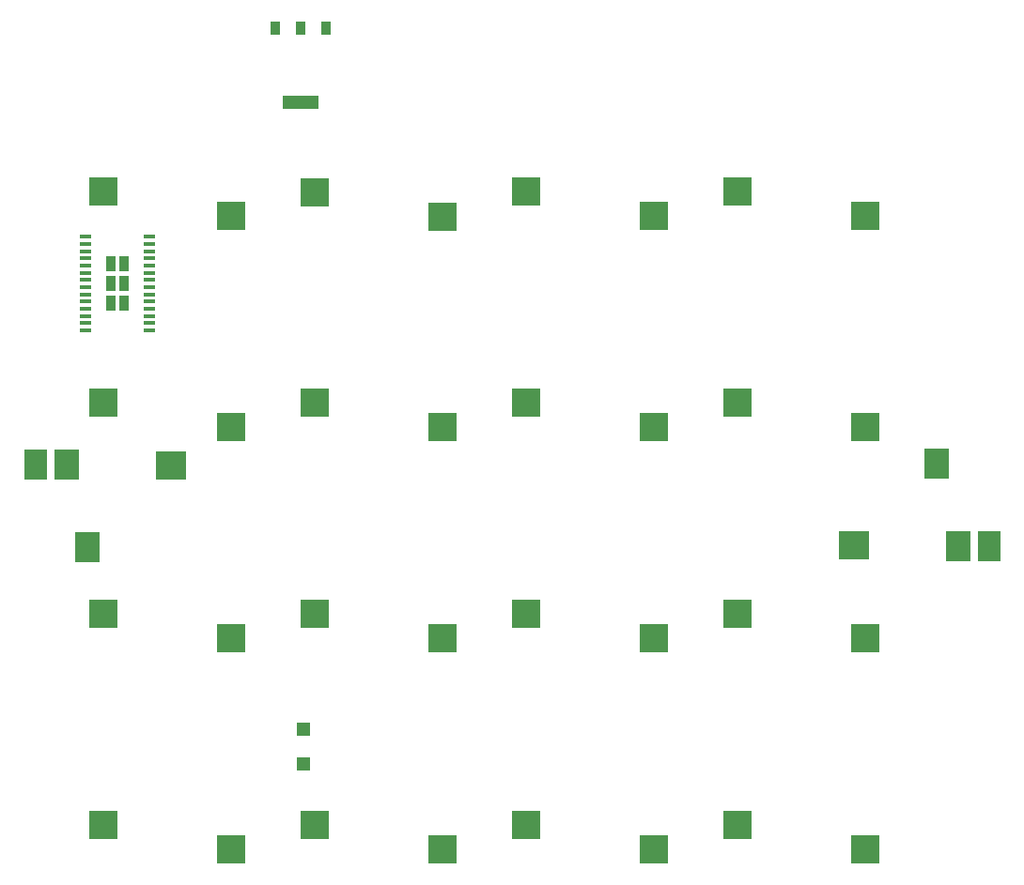
<source format=gbr>
G04 #@! TF.GenerationSoftware,KiCad,Pcbnew,8.0.7-1.fc41*
G04 #@! TF.CreationDate,2024-12-31T00:15:44+05:30*
G04 #@! TF.ProjectId,helper,68656c70-6572-42e6-9b69-6361645f7063,rev?*
G04 #@! TF.SameCoordinates,Original*
G04 #@! TF.FileFunction,Paste,Bot*
G04 #@! TF.FilePolarity,Positive*
%FSLAX46Y46*%
G04 Gerber Fmt 4.6, Leading zero omitted, Abs format (unit mm)*
G04 Created by KiCad (PCBNEW 8.0.7-1.fc41) date 2024-12-31 00:15:44*
%MOMM*%
%LPD*%
G01*
G04 APERTURE LIST*
%ADD10R,2.600000X2.600000*%
%ADD11R,1.200000X1.200000*%
%ADD12R,2.000000X2.800000*%
%ADD13R,2.800000X2.600000*%
%ADD14R,2.200000X2.800000*%
%ADD15R,0.930000X1.310000*%
%ADD16R,3.240000X1.310000*%
%ADD17R,0.900000X1.400000*%
%ADD18R,1.100000X0.400000*%
G04 APERTURE END LIST*
D10*
X191235000Y-70720000D03*
X179685000Y-68520000D03*
X153135000Y-89770000D03*
X141585000Y-87570000D03*
X172185000Y-89770000D03*
X160635000Y-87570000D03*
X191235000Y-89770000D03*
X179685000Y-87570000D03*
X134085000Y-108820000D03*
X122535000Y-106620000D03*
X153135000Y-108820000D03*
X141585000Y-106620000D03*
X172185000Y-108820000D03*
X160635000Y-106620000D03*
X153135000Y-127870000D03*
X141585000Y-125670000D03*
X191235000Y-127870000D03*
X179685000Y-125670000D03*
X172185000Y-127870000D03*
X160635000Y-125670000D03*
X134085000Y-127870000D03*
X122535000Y-125670000D03*
X172185000Y-70720000D03*
X160635000Y-68520000D03*
X153135000Y-70764000D03*
X141585000Y-68564000D03*
X134085000Y-89770000D03*
X122535000Y-87570000D03*
X134085000Y-70720000D03*
X122535000Y-68520000D03*
X191235000Y-108820000D03*
X179685000Y-106620000D03*
D11*
X140550900Y-120167600D03*
X140550900Y-117017600D03*
D12*
X202374400Y-100486700D03*
D13*
X190174400Y-100386700D03*
D14*
X197674400Y-93086700D03*
X199574400Y-100486700D03*
D12*
X116433700Y-93150200D03*
D13*
X128633700Y-93250200D03*
D14*
X121133700Y-100550200D03*
X119233700Y-93150200D03*
D15*
X138045000Y-53805000D03*
X140335000Y-53805000D03*
X142625000Y-53805000D03*
D16*
X140335000Y-60495000D03*
D17*
X123225000Y-75042300D03*
X123225000Y-76822300D03*
X123225000Y-78602300D03*
X124425000Y-75042300D03*
X124425000Y-76822300D03*
X124425000Y-78602300D03*
D18*
X120975000Y-81047300D03*
X120975000Y-80397300D03*
X120975000Y-79747300D03*
X120975000Y-79097300D03*
X120975000Y-78447300D03*
X120975000Y-77797300D03*
X120975000Y-77147300D03*
X120975000Y-76497300D03*
X120975000Y-75847300D03*
X120975000Y-75197300D03*
X120975000Y-74547300D03*
X120975000Y-73897300D03*
X120975000Y-73247300D03*
X120975000Y-72597300D03*
X126675000Y-72597300D03*
X126675000Y-73247300D03*
X126675000Y-73897300D03*
X126675000Y-74547300D03*
X126675000Y-75197300D03*
X126675000Y-75847300D03*
X126675000Y-76497300D03*
X126675000Y-77147300D03*
X126675000Y-77797300D03*
X126675000Y-78447300D03*
X126675000Y-79097300D03*
X126675000Y-79747300D03*
X126675000Y-80397300D03*
X126675000Y-81047300D03*
M02*

</source>
